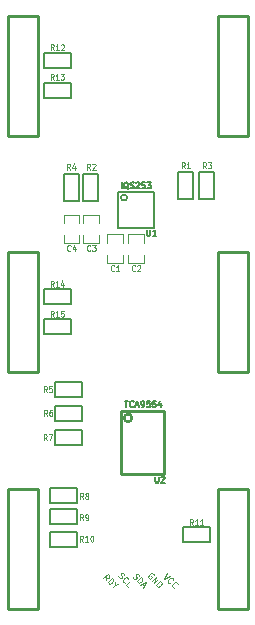
<source format=gto>
G04 (created by PCBNEW (2013-07-07 BZR 4022)-stable) date 12/8/2013 11:31:44 AM*
%MOIN*%
G04 Gerber Fmt 3.4, Leading zero omitted, Abs format*
%FSLAX34Y34*%
G01*
G70*
G90*
G04 APERTURE LIST*
%ADD10C,0.00590551*%
%ADD11C,0.00393701*%
%ADD12C,0.01*%
%ADD13C,0.0047*%
%ADD14C,0.005*%
%ADD15C,0.008*%
%ADD16C,0.0045*%
G04 APERTURE END LIST*
G54D10*
G54D11*
X84774Y-66021D02*
X84794Y-65908D01*
X84695Y-65941D02*
X84834Y-65802D01*
X84887Y-65855D01*
X84894Y-65875D01*
X84894Y-65888D01*
X84887Y-65908D01*
X84867Y-65928D01*
X84847Y-65935D01*
X84834Y-65935D01*
X84814Y-65928D01*
X84761Y-65875D01*
X84834Y-66081D02*
X84973Y-65941D01*
X85006Y-65974D01*
X85020Y-66001D01*
X85020Y-66027D01*
X85013Y-66047D01*
X84993Y-66081D01*
X84973Y-66100D01*
X84940Y-66120D01*
X84920Y-66127D01*
X84894Y-66127D01*
X84867Y-66114D01*
X84834Y-66081D01*
X85066Y-66180D02*
X85000Y-66246D01*
X85092Y-66061D02*
X85066Y-66180D01*
X85185Y-66153D01*
X85186Y-65887D02*
X85199Y-65914D01*
X85232Y-65947D01*
X85252Y-65954D01*
X85265Y-65954D01*
X85285Y-65947D01*
X85298Y-65934D01*
X85305Y-65914D01*
X85305Y-65901D01*
X85298Y-65881D01*
X85278Y-65848D01*
X85272Y-65828D01*
X85272Y-65815D01*
X85278Y-65795D01*
X85292Y-65781D01*
X85312Y-65775D01*
X85325Y-65775D01*
X85345Y-65781D01*
X85378Y-65815D01*
X85391Y-65841D01*
X85411Y-66100D02*
X85398Y-66100D01*
X85371Y-66086D01*
X85358Y-66073D01*
X85345Y-66047D01*
X85345Y-66020D01*
X85351Y-66000D01*
X85371Y-65967D01*
X85391Y-65947D01*
X85424Y-65927D01*
X85444Y-65921D01*
X85471Y-65921D01*
X85497Y-65934D01*
X85510Y-65947D01*
X85524Y-65974D01*
X85524Y-65987D01*
X85524Y-66239D02*
X85457Y-66172D01*
X85597Y-66033D01*
X85678Y-65904D02*
X85692Y-65930D01*
X85725Y-65963D01*
X85745Y-65970D01*
X85758Y-65970D01*
X85778Y-65963D01*
X85791Y-65950D01*
X85798Y-65930D01*
X85798Y-65917D01*
X85791Y-65897D01*
X85771Y-65864D01*
X85765Y-65844D01*
X85765Y-65831D01*
X85771Y-65811D01*
X85784Y-65798D01*
X85804Y-65791D01*
X85818Y-65791D01*
X85837Y-65798D01*
X85871Y-65831D01*
X85884Y-65857D01*
X85811Y-66050D02*
X85950Y-65910D01*
X85983Y-65944D01*
X85997Y-65970D01*
X85997Y-65997D01*
X85990Y-66016D01*
X85970Y-66050D01*
X85950Y-66070D01*
X85917Y-66089D01*
X85897Y-66096D01*
X85871Y-66096D01*
X85844Y-66083D01*
X85811Y-66050D01*
X85983Y-66142D02*
X86050Y-66209D01*
X85930Y-66169D02*
X86116Y-66076D01*
X86023Y-66262D01*
X86371Y-65833D02*
X86365Y-65813D01*
X86345Y-65793D01*
X86318Y-65780D01*
X86292Y-65780D01*
X86272Y-65787D01*
X86239Y-65806D01*
X86219Y-65826D01*
X86199Y-65859D01*
X86192Y-65879D01*
X86192Y-65906D01*
X86206Y-65932D01*
X86219Y-65946D01*
X86245Y-65959D01*
X86259Y-65959D01*
X86305Y-65913D01*
X86278Y-65886D01*
X86305Y-66032D02*
X86444Y-65893D01*
X86385Y-66111D01*
X86524Y-65972D01*
X86451Y-66178D02*
X86590Y-66038D01*
X86623Y-66072D01*
X86636Y-66098D01*
X86636Y-66125D01*
X86630Y-66145D01*
X86610Y-66178D01*
X86590Y-66198D01*
X86557Y-66217D01*
X86537Y-66224D01*
X86510Y-66224D01*
X86484Y-66211D01*
X86451Y-66178D01*
X86822Y-65774D02*
X86729Y-65960D01*
X86915Y-65867D01*
X86915Y-66119D02*
X86901Y-66119D01*
X86875Y-66106D01*
X86862Y-66093D01*
X86848Y-66066D01*
X86848Y-66039D01*
X86855Y-66020D01*
X86875Y-65986D01*
X86895Y-65967D01*
X86928Y-65947D01*
X86948Y-65940D01*
X86974Y-65940D01*
X87001Y-65953D01*
X87014Y-65967D01*
X87027Y-65993D01*
X87027Y-66006D01*
X87054Y-66258D02*
X87041Y-66258D01*
X87014Y-66245D01*
X87001Y-66232D01*
X86988Y-66205D01*
X86988Y-66179D01*
X86994Y-66159D01*
X87014Y-66126D01*
X87034Y-66106D01*
X87067Y-66086D01*
X87087Y-66079D01*
X87114Y-66079D01*
X87140Y-66093D01*
X87153Y-66106D01*
X87167Y-66132D01*
X87167Y-66146D01*
G54D12*
X86725Y-60370D02*
X86725Y-62470D01*
X86725Y-62470D02*
X85275Y-62470D01*
X85275Y-62470D02*
X85275Y-60370D01*
X85275Y-60370D02*
X86725Y-60370D01*
X85647Y-60603D02*
G75*
G03X85647Y-60603I-128J0D01*
G74*
G01*
G54D13*
X83374Y-54507D02*
X83374Y-54782D01*
X83374Y-54113D02*
X83374Y-53838D01*
X83886Y-54507D02*
X83886Y-54782D01*
X83886Y-53838D02*
X83886Y-54113D01*
X83880Y-54782D02*
X83380Y-54782D01*
X83380Y-53838D02*
X83880Y-53838D01*
X84024Y-54507D02*
X84024Y-54782D01*
X84024Y-54113D02*
X84024Y-53838D01*
X84536Y-54507D02*
X84536Y-54782D01*
X84536Y-53838D02*
X84536Y-54113D01*
X84530Y-54782D02*
X84030Y-54782D01*
X84030Y-53838D02*
X84530Y-53838D01*
X85524Y-55157D02*
X85524Y-55432D01*
X85524Y-54763D02*
X85524Y-54488D01*
X86036Y-55157D02*
X86036Y-55432D01*
X86036Y-54488D02*
X86036Y-54763D01*
X86030Y-55432D02*
X85530Y-55432D01*
X85530Y-54488D02*
X86030Y-54488D01*
X84824Y-55157D02*
X84824Y-55432D01*
X84824Y-54763D02*
X84824Y-54488D01*
X85336Y-55157D02*
X85336Y-55432D01*
X85336Y-54488D02*
X85336Y-54763D01*
X85330Y-55432D02*
X84830Y-55432D01*
X84830Y-54488D02*
X85330Y-54488D01*
G54D14*
X82900Y-63650D02*
X83800Y-63650D01*
X83800Y-63650D02*
X83800Y-64150D01*
X83800Y-64150D02*
X82900Y-64150D01*
X82900Y-64150D02*
X82900Y-63650D01*
X82900Y-64400D02*
X83800Y-64400D01*
X83800Y-64400D02*
X83800Y-64900D01*
X83800Y-64900D02*
X82900Y-64900D01*
X82900Y-64900D02*
X82900Y-64400D01*
X84030Y-53360D02*
X84030Y-52460D01*
X84030Y-52460D02*
X84530Y-52460D01*
X84530Y-52460D02*
X84530Y-53360D01*
X84530Y-53360D02*
X84030Y-53360D01*
X87680Y-52410D02*
X87680Y-53310D01*
X87680Y-53310D02*
X87180Y-53310D01*
X87180Y-53310D02*
X87180Y-52410D01*
X87180Y-52410D02*
X87680Y-52410D01*
X88250Y-64750D02*
X87350Y-64750D01*
X87350Y-64750D02*
X87350Y-64250D01*
X87350Y-64250D02*
X88250Y-64250D01*
X88250Y-64250D02*
X88250Y-64750D01*
X82700Y-57300D02*
X83600Y-57300D01*
X83600Y-57300D02*
X83600Y-57800D01*
X83600Y-57800D02*
X82700Y-57800D01*
X82700Y-57800D02*
X82700Y-57300D01*
X82700Y-56300D02*
X83600Y-56300D01*
X83600Y-56300D02*
X83600Y-56800D01*
X83600Y-56800D02*
X82700Y-56800D01*
X82700Y-56800D02*
X82700Y-56300D01*
X82700Y-49450D02*
X83600Y-49450D01*
X83600Y-49450D02*
X83600Y-49950D01*
X83600Y-49950D02*
X82700Y-49950D01*
X82700Y-49950D02*
X82700Y-49450D01*
X82700Y-48450D02*
X83600Y-48450D01*
X83600Y-48450D02*
X83600Y-48950D01*
X83600Y-48950D02*
X82700Y-48950D01*
X82700Y-48950D02*
X82700Y-48450D01*
X82900Y-62950D02*
X83800Y-62950D01*
X83800Y-62950D02*
X83800Y-63450D01*
X83800Y-63450D02*
X82900Y-63450D01*
X82900Y-63450D02*
X82900Y-62950D01*
X83380Y-53360D02*
X83380Y-52460D01*
X83380Y-52460D02*
X83880Y-52460D01*
X83880Y-52460D02*
X83880Y-53360D01*
X83880Y-53360D02*
X83380Y-53360D01*
X88380Y-52410D02*
X88380Y-53310D01*
X88380Y-53310D02*
X87880Y-53310D01*
X87880Y-53310D02*
X87880Y-52410D01*
X87880Y-52410D02*
X88380Y-52410D01*
X83080Y-61010D02*
X83980Y-61010D01*
X83980Y-61010D02*
X83980Y-61510D01*
X83980Y-61510D02*
X83080Y-61510D01*
X83080Y-61510D02*
X83080Y-61010D01*
X83080Y-60210D02*
X83980Y-60210D01*
X83980Y-60210D02*
X83980Y-60710D01*
X83980Y-60710D02*
X83080Y-60710D01*
X83080Y-60710D02*
X83080Y-60210D01*
X83080Y-59410D02*
X83980Y-59410D01*
X83980Y-59410D02*
X83980Y-59910D01*
X83980Y-59910D02*
X83080Y-59910D01*
X83080Y-59910D02*
X83080Y-59410D01*
G54D12*
X89500Y-55086D02*
X89500Y-59086D01*
X88500Y-55086D02*
X88500Y-59086D01*
X88500Y-59086D02*
X89500Y-59086D01*
X89500Y-55086D02*
X88500Y-55086D01*
X82500Y-55086D02*
X82500Y-59086D01*
X81500Y-55086D02*
X81500Y-59086D01*
X81500Y-59086D02*
X82500Y-59086D01*
X82500Y-55086D02*
X81500Y-55086D01*
X89500Y-47212D02*
X89500Y-51212D01*
X88500Y-47212D02*
X88500Y-51212D01*
X88500Y-51212D02*
X89500Y-51212D01*
X89500Y-47212D02*
X88500Y-47212D01*
X82500Y-47212D02*
X82500Y-51212D01*
X81500Y-47212D02*
X81500Y-51212D01*
X81500Y-51212D02*
X82500Y-51212D01*
X82500Y-47212D02*
X81500Y-47212D01*
X89500Y-62960D02*
X89500Y-66960D01*
X88500Y-62960D02*
X88500Y-66960D01*
X88500Y-66960D02*
X89500Y-66960D01*
X89500Y-62960D02*
X88500Y-62960D01*
X82500Y-62960D02*
X82500Y-66960D01*
X81500Y-62960D02*
X81500Y-66960D01*
X81500Y-66960D02*
X82500Y-66960D01*
X82500Y-62960D02*
X81500Y-62960D01*
G54D15*
X85480Y-53260D02*
G75*
G03X85480Y-53260I-100J0D01*
G74*
G01*
X85180Y-54260D02*
X85180Y-53060D01*
X85180Y-53060D02*
X86380Y-53060D01*
X86380Y-53060D02*
X86380Y-54260D01*
X86380Y-54260D02*
X85180Y-54260D01*
G54D14*
X86422Y-62558D02*
X86422Y-62720D01*
X86431Y-62739D01*
X86441Y-62748D01*
X86460Y-62758D01*
X86498Y-62758D01*
X86517Y-62748D01*
X86527Y-62739D01*
X86536Y-62720D01*
X86536Y-62558D01*
X86622Y-62577D02*
X86631Y-62567D01*
X86650Y-62558D01*
X86698Y-62558D01*
X86717Y-62567D01*
X86727Y-62577D01*
X86736Y-62596D01*
X86736Y-62615D01*
X86727Y-62643D01*
X86612Y-62758D01*
X86736Y-62758D01*
X85406Y-60040D02*
X85520Y-60040D01*
X85463Y-60240D02*
X85463Y-60040D01*
X85701Y-60221D02*
X85691Y-60231D01*
X85663Y-60240D01*
X85644Y-60240D01*
X85615Y-60231D01*
X85596Y-60212D01*
X85587Y-60193D01*
X85577Y-60155D01*
X85577Y-60126D01*
X85587Y-60088D01*
X85596Y-60069D01*
X85615Y-60050D01*
X85644Y-60040D01*
X85663Y-60040D01*
X85691Y-60050D01*
X85701Y-60060D01*
X85777Y-60183D02*
X85872Y-60183D01*
X85758Y-60240D02*
X85825Y-60040D01*
X85891Y-60240D01*
X85968Y-60240D02*
X86006Y-60240D01*
X86025Y-60231D01*
X86034Y-60221D01*
X86053Y-60193D01*
X86063Y-60155D01*
X86063Y-60079D01*
X86053Y-60060D01*
X86044Y-60050D01*
X86025Y-60040D01*
X85987Y-60040D01*
X85968Y-60050D01*
X85958Y-60060D01*
X85949Y-60079D01*
X85949Y-60126D01*
X85958Y-60145D01*
X85968Y-60155D01*
X85987Y-60164D01*
X86025Y-60164D01*
X86044Y-60155D01*
X86053Y-60145D01*
X86063Y-60126D01*
X86244Y-60040D02*
X86149Y-60040D01*
X86139Y-60136D01*
X86149Y-60126D01*
X86168Y-60117D01*
X86215Y-60117D01*
X86234Y-60126D01*
X86244Y-60136D01*
X86253Y-60155D01*
X86253Y-60202D01*
X86244Y-60221D01*
X86234Y-60231D01*
X86215Y-60240D01*
X86168Y-60240D01*
X86149Y-60231D01*
X86139Y-60221D01*
X86434Y-60040D02*
X86339Y-60040D01*
X86330Y-60136D01*
X86339Y-60126D01*
X86358Y-60117D01*
X86406Y-60117D01*
X86425Y-60126D01*
X86434Y-60136D01*
X86444Y-60155D01*
X86444Y-60202D01*
X86434Y-60221D01*
X86425Y-60231D01*
X86406Y-60240D01*
X86358Y-60240D01*
X86339Y-60231D01*
X86330Y-60221D01*
X86615Y-60107D02*
X86615Y-60240D01*
X86568Y-60031D02*
X86520Y-60174D01*
X86644Y-60174D01*
G54D16*
X83600Y-55021D02*
X83591Y-55031D01*
X83565Y-55040D01*
X83548Y-55040D01*
X83522Y-55031D01*
X83505Y-55012D01*
X83497Y-54993D01*
X83488Y-54955D01*
X83488Y-54926D01*
X83497Y-54888D01*
X83505Y-54869D01*
X83522Y-54850D01*
X83548Y-54840D01*
X83565Y-54840D01*
X83591Y-54850D01*
X83600Y-54860D01*
X83754Y-54907D02*
X83754Y-55040D01*
X83711Y-54831D02*
X83668Y-54974D01*
X83780Y-54974D01*
X84261Y-55022D02*
X84252Y-55032D01*
X84227Y-55041D01*
X84209Y-55041D01*
X84184Y-55032D01*
X84167Y-55013D01*
X84158Y-54993D01*
X84149Y-54955D01*
X84149Y-54927D01*
X84158Y-54889D01*
X84167Y-54870D01*
X84184Y-54851D01*
X84209Y-54841D01*
X84227Y-54841D01*
X84252Y-54851D01*
X84261Y-54860D01*
X84321Y-54841D02*
X84432Y-54841D01*
X84372Y-54917D01*
X84398Y-54917D01*
X84415Y-54927D01*
X84424Y-54936D01*
X84432Y-54955D01*
X84432Y-55003D01*
X84424Y-55022D01*
X84415Y-55032D01*
X84398Y-55041D01*
X84347Y-55041D01*
X84329Y-55032D01*
X84321Y-55022D01*
X85757Y-55691D02*
X85748Y-55701D01*
X85723Y-55710D01*
X85705Y-55710D01*
X85680Y-55701D01*
X85663Y-55682D01*
X85654Y-55663D01*
X85645Y-55625D01*
X85645Y-55596D01*
X85654Y-55558D01*
X85663Y-55539D01*
X85680Y-55520D01*
X85705Y-55510D01*
X85723Y-55510D01*
X85748Y-55520D01*
X85757Y-55529D01*
X85825Y-55529D02*
X85834Y-55520D01*
X85851Y-55510D01*
X85894Y-55510D01*
X85911Y-55520D01*
X85920Y-55529D01*
X85928Y-55548D01*
X85928Y-55568D01*
X85920Y-55596D01*
X85817Y-55710D01*
X85928Y-55710D01*
X85048Y-55691D02*
X85040Y-55701D01*
X85014Y-55710D01*
X84997Y-55710D01*
X84971Y-55701D01*
X84954Y-55682D01*
X84945Y-55663D01*
X84937Y-55625D01*
X84937Y-55596D01*
X84945Y-55558D01*
X84954Y-55539D01*
X84971Y-55520D01*
X84997Y-55510D01*
X85014Y-55510D01*
X85040Y-55520D01*
X85048Y-55529D01*
X85220Y-55710D02*
X85117Y-55710D01*
X85168Y-55710D02*
X85168Y-55510D01*
X85151Y-55539D01*
X85134Y-55558D01*
X85117Y-55568D01*
X84025Y-64017D02*
X83965Y-63922D01*
X83922Y-64017D02*
X83922Y-63817D01*
X83990Y-63817D01*
X84007Y-63827D01*
X84016Y-63837D01*
X84025Y-63856D01*
X84025Y-63884D01*
X84016Y-63903D01*
X84007Y-63913D01*
X83990Y-63922D01*
X83922Y-63922D01*
X84110Y-64017D02*
X84145Y-64017D01*
X84162Y-64008D01*
X84170Y-63998D01*
X84187Y-63970D01*
X84196Y-63932D01*
X84196Y-63856D01*
X84187Y-63837D01*
X84179Y-63827D01*
X84162Y-63817D01*
X84127Y-63817D01*
X84110Y-63827D01*
X84102Y-63837D01*
X84093Y-63856D01*
X84093Y-63903D01*
X84102Y-63922D01*
X84110Y-63932D01*
X84127Y-63941D01*
X84162Y-63941D01*
X84179Y-63932D01*
X84187Y-63922D01*
X84196Y-63903D01*
X84018Y-64726D02*
X83958Y-64631D01*
X83915Y-64726D02*
X83915Y-64526D01*
X83983Y-64526D01*
X84001Y-64536D01*
X84009Y-64545D01*
X84018Y-64564D01*
X84018Y-64593D01*
X84009Y-64612D01*
X84001Y-64621D01*
X83983Y-64631D01*
X83915Y-64631D01*
X84189Y-64726D02*
X84086Y-64726D01*
X84138Y-64726D02*
X84138Y-64526D01*
X84121Y-64555D01*
X84103Y-64574D01*
X84086Y-64583D01*
X84301Y-64526D02*
X84318Y-64526D01*
X84335Y-64536D01*
X84343Y-64545D01*
X84352Y-64564D01*
X84361Y-64602D01*
X84361Y-64650D01*
X84352Y-64688D01*
X84343Y-64707D01*
X84335Y-64717D01*
X84318Y-64726D01*
X84301Y-64726D01*
X84283Y-64717D01*
X84275Y-64707D01*
X84266Y-64688D01*
X84258Y-64650D01*
X84258Y-64602D01*
X84266Y-64564D01*
X84275Y-64545D01*
X84283Y-64536D01*
X84301Y-64526D01*
X84261Y-52325D02*
X84201Y-52229D01*
X84158Y-52325D02*
X84158Y-52125D01*
X84227Y-52125D01*
X84244Y-52134D01*
X84252Y-52144D01*
X84261Y-52163D01*
X84261Y-52191D01*
X84252Y-52210D01*
X84244Y-52220D01*
X84227Y-52229D01*
X84158Y-52229D01*
X84329Y-52144D02*
X84338Y-52134D01*
X84355Y-52125D01*
X84398Y-52125D01*
X84415Y-52134D01*
X84424Y-52144D01*
X84432Y-52163D01*
X84432Y-52182D01*
X84424Y-52210D01*
X84321Y-52325D01*
X84432Y-52325D01*
X87410Y-52285D02*
X87350Y-52190D01*
X87308Y-52285D02*
X87308Y-52085D01*
X87376Y-52085D01*
X87393Y-52095D01*
X87402Y-52104D01*
X87410Y-52123D01*
X87410Y-52152D01*
X87402Y-52171D01*
X87393Y-52180D01*
X87376Y-52190D01*
X87308Y-52190D01*
X87582Y-52285D02*
X87479Y-52285D01*
X87530Y-52285D02*
X87530Y-52085D01*
X87513Y-52114D01*
X87496Y-52133D01*
X87479Y-52142D01*
X87679Y-64175D02*
X87619Y-64080D01*
X87576Y-64175D02*
X87576Y-63975D01*
X87645Y-63975D01*
X87662Y-63984D01*
X87670Y-63994D01*
X87679Y-64013D01*
X87679Y-64042D01*
X87670Y-64061D01*
X87662Y-64070D01*
X87645Y-64080D01*
X87576Y-64080D01*
X87850Y-64175D02*
X87748Y-64175D01*
X87799Y-64175D02*
X87799Y-63975D01*
X87782Y-64004D01*
X87765Y-64023D01*
X87748Y-64032D01*
X88022Y-64175D02*
X87919Y-64175D01*
X87970Y-64175D02*
X87970Y-63975D01*
X87953Y-64004D01*
X87936Y-64023D01*
X87919Y-64032D01*
X83034Y-57230D02*
X82974Y-57135D01*
X82931Y-57230D02*
X82931Y-57030D01*
X83000Y-57030D01*
X83017Y-57040D01*
X83025Y-57050D01*
X83034Y-57069D01*
X83034Y-57097D01*
X83025Y-57116D01*
X83017Y-57126D01*
X83000Y-57135D01*
X82931Y-57135D01*
X83205Y-57230D02*
X83102Y-57230D01*
X83154Y-57230D02*
X83154Y-57030D01*
X83137Y-57059D01*
X83120Y-57078D01*
X83102Y-57088D01*
X83368Y-57030D02*
X83282Y-57030D01*
X83274Y-57126D01*
X83282Y-57116D01*
X83300Y-57107D01*
X83342Y-57107D01*
X83360Y-57116D01*
X83368Y-57126D01*
X83377Y-57145D01*
X83377Y-57192D01*
X83368Y-57211D01*
X83360Y-57221D01*
X83342Y-57230D01*
X83300Y-57230D01*
X83282Y-57221D01*
X83274Y-57211D01*
X83034Y-56230D02*
X82974Y-56135D01*
X82931Y-56230D02*
X82931Y-56030D01*
X83000Y-56030D01*
X83017Y-56040D01*
X83025Y-56050D01*
X83034Y-56069D01*
X83034Y-56097D01*
X83025Y-56116D01*
X83017Y-56126D01*
X83000Y-56135D01*
X82931Y-56135D01*
X83205Y-56230D02*
X83102Y-56230D01*
X83154Y-56230D02*
X83154Y-56030D01*
X83137Y-56059D01*
X83120Y-56078D01*
X83102Y-56088D01*
X83360Y-56097D02*
X83360Y-56230D01*
X83317Y-56021D02*
X83274Y-56164D01*
X83385Y-56164D01*
X83033Y-49332D02*
X82973Y-49237D01*
X82931Y-49332D02*
X82931Y-49132D01*
X82999Y-49132D01*
X83016Y-49142D01*
X83025Y-49151D01*
X83033Y-49171D01*
X83033Y-49199D01*
X83025Y-49218D01*
X83016Y-49228D01*
X82999Y-49237D01*
X82931Y-49237D01*
X83205Y-49332D02*
X83102Y-49332D01*
X83153Y-49332D02*
X83153Y-49132D01*
X83136Y-49161D01*
X83119Y-49180D01*
X83102Y-49190D01*
X83265Y-49132D02*
X83376Y-49132D01*
X83316Y-49209D01*
X83342Y-49209D01*
X83359Y-49218D01*
X83368Y-49228D01*
X83376Y-49247D01*
X83376Y-49294D01*
X83368Y-49313D01*
X83359Y-49323D01*
X83342Y-49332D01*
X83291Y-49332D01*
X83273Y-49323D01*
X83265Y-49313D01*
X83033Y-48348D02*
X82973Y-48253D01*
X82931Y-48348D02*
X82931Y-48148D01*
X82999Y-48148D01*
X83016Y-48158D01*
X83025Y-48167D01*
X83033Y-48186D01*
X83033Y-48215D01*
X83025Y-48234D01*
X83016Y-48243D01*
X82999Y-48253D01*
X82931Y-48253D01*
X83205Y-48348D02*
X83102Y-48348D01*
X83153Y-48348D02*
X83153Y-48148D01*
X83136Y-48177D01*
X83119Y-48196D01*
X83102Y-48205D01*
X83273Y-48167D02*
X83282Y-48158D01*
X83299Y-48148D01*
X83342Y-48148D01*
X83359Y-48158D01*
X83368Y-48167D01*
X83376Y-48186D01*
X83376Y-48205D01*
X83368Y-48234D01*
X83265Y-48348D01*
X83376Y-48348D01*
X84025Y-63309D02*
X83965Y-63214D01*
X83922Y-63309D02*
X83922Y-63109D01*
X83990Y-63109D01*
X84007Y-63118D01*
X84016Y-63128D01*
X84025Y-63147D01*
X84025Y-63175D01*
X84016Y-63195D01*
X84007Y-63204D01*
X83990Y-63214D01*
X83922Y-63214D01*
X84127Y-63195D02*
X84110Y-63185D01*
X84102Y-63175D01*
X84093Y-63156D01*
X84093Y-63147D01*
X84102Y-63128D01*
X84110Y-63118D01*
X84127Y-63109D01*
X84162Y-63109D01*
X84179Y-63118D01*
X84187Y-63128D01*
X84196Y-63147D01*
X84196Y-63156D01*
X84187Y-63175D01*
X84179Y-63185D01*
X84162Y-63195D01*
X84127Y-63195D01*
X84110Y-63204D01*
X84102Y-63214D01*
X84093Y-63233D01*
X84093Y-63271D01*
X84102Y-63290D01*
X84110Y-63299D01*
X84127Y-63309D01*
X84162Y-63309D01*
X84179Y-63299D01*
X84187Y-63290D01*
X84196Y-63271D01*
X84196Y-63233D01*
X84187Y-63214D01*
X84179Y-63204D01*
X84162Y-63195D01*
X83592Y-52325D02*
X83532Y-52229D01*
X83489Y-52325D02*
X83489Y-52125D01*
X83557Y-52125D01*
X83574Y-52134D01*
X83583Y-52144D01*
X83592Y-52163D01*
X83592Y-52191D01*
X83583Y-52210D01*
X83574Y-52220D01*
X83557Y-52229D01*
X83489Y-52229D01*
X83746Y-52191D02*
X83746Y-52325D01*
X83703Y-52115D02*
X83660Y-52258D01*
X83772Y-52258D01*
X88119Y-52285D02*
X88059Y-52190D01*
X88016Y-52285D02*
X88016Y-52085D01*
X88085Y-52085D01*
X88102Y-52095D01*
X88111Y-52104D01*
X88119Y-52123D01*
X88119Y-52152D01*
X88111Y-52171D01*
X88102Y-52180D01*
X88085Y-52190D01*
X88016Y-52190D01*
X88179Y-52085D02*
X88291Y-52085D01*
X88231Y-52161D01*
X88256Y-52161D01*
X88273Y-52171D01*
X88282Y-52180D01*
X88291Y-52199D01*
X88291Y-52247D01*
X88282Y-52266D01*
X88273Y-52276D01*
X88256Y-52285D01*
X88205Y-52285D01*
X88188Y-52276D01*
X88179Y-52266D01*
X82805Y-61355D02*
X82745Y-61260D01*
X82702Y-61355D02*
X82702Y-61155D01*
X82770Y-61155D01*
X82787Y-61165D01*
X82796Y-61175D01*
X82805Y-61194D01*
X82805Y-61222D01*
X82796Y-61241D01*
X82787Y-61251D01*
X82770Y-61260D01*
X82702Y-61260D01*
X82865Y-61155D02*
X82985Y-61155D01*
X82907Y-61355D01*
X82825Y-60535D02*
X82765Y-60440D01*
X82722Y-60535D02*
X82722Y-60335D01*
X82790Y-60335D01*
X82807Y-60345D01*
X82816Y-60355D01*
X82825Y-60374D01*
X82825Y-60402D01*
X82816Y-60421D01*
X82807Y-60431D01*
X82790Y-60440D01*
X82722Y-60440D01*
X82979Y-60335D02*
X82945Y-60335D01*
X82927Y-60345D01*
X82919Y-60355D01*
X82902Y-60383D01*
X82893Y-60421D01*
X82893Y-60497D01*
X82902Y-60516D01*
X82910Y-60526D01*
X82927Y-60535D01*
X82962Y-60535D01*
X82979Y-60526D01*
X82987Y-60516D01*
X82996Y-60497D01*
X82996Y-60450D01*
X82987Y-60431D01*
X82979Y-60421D01*
X82962Y-60412D01*
X82927Y-60412D01*
X82910Y-60421D01*
X82902Y-60431D01*
X82893Y-60450D01*
X82815Y-59745D02*
X82755Y-59650D01*
X82712Y-59745D02*
X82712Y-59545D01*
X82780Y-59545D01*
X82797Y-59555D01*
X82806Y-59565D01*
X82815Y-59584D01*
X82815Y-59612D01*
X82806Y-59631D01*
X82797Y-59641D01*
X82780Y-59650D01*
X82712Y-59650D01*
X82977Y-59545D02*
X82892Y-59545D01*
X82883Y-59641D01*
X82892Y-59631D01*
X82909Y-59622D01*
X82952Y-59622D01*
X82969Y-59631D01*
X82977Y-59641D01*
X82986Y-59660D01*
X82986Y-59707D01*
X82977Y-59726D01*
X82969Y-59736D01*
X82952Y-59745D01*
X82909Y-59745D01*
X82892Y-59736D01*
X82883Y-59726D01*
G54D14*
X86146Y-54329D02*
X86146Y-54491D01*
X86156Y-54510D01*
X86165Y-54520D01*
X86184Y-54529D01*
X86223Y-54529D01*
X86242Y-54520D01*
X86251Y-54510D01*
X86261Y-54491D01*
X86261Y-54329D01*
X86461Y-54529D02*
X86346Y-54529D01*
X86403Y-54529D02*
X86403Y-54329D01*
X86384Y-54358D01*
X86365Y-54377D01*
X86346Y-54386D01*
X85301Y-52954D02*
X85301Y-52754D01*
X85530Y-52974D02*
X85511Y-52964D01*
X85492Y-52945D01*
X85463Y-52916D01*
X85444Y-52907D01*
X85425Y-52907D01*
X85435Y-52954D02*
X85415Y-52945D01*
X85396Y-52926D01*
X85387Y-52888D01*
X85387Y-52821D01*
X85396Y-52783D01*
X85415Y-52764D01*
X85435Y-52754D01*
X85473Y-52754D01*
X85492Y-52764D01*
X85511Y-52783D01*
X85520Y-52821D01*
X85520Y-52888D01*
X85511Y-52926D01*
X85492Y-52945D01*
X85473Y-52954D01*
X85435Y-52954D01*
X85596Y-52945D02*
X85625Y-52954D01*
X85673Y-52954D01*
X85692Y-52945D01*
X85701Y-52935D01*
X85711Y-52916D01*
X85711Y-52897D01*
X85701Y-52878D01*
X85692Y-52869D01*
X85673Y-52859D01*
X85635Y-52850D01*
X85615Y-52840D01*
X85606Y-52831D01*
X85596Y-52812D01*
X85596Y-52793D01*
X85606Y-52774D01*
X85615Y-52764D01*
X85635Y-52754D01*
X85682Y-52754D01*
X85711Y-52764D01*
X85787Y-52774D02*
X85796Y-52764D01*
X85815Y-52754D01*
X85863Y-52754D01*
X85882Y-52764D01*
X85892Y-52774D01*
X85901Y-52793D01*
X85901Y-52812D01*
X85892Y-52840D01*
X85777Y-52954D01*
X85901Y-52954D01*
X86082Y-52754D02*
X85987Y-52754D01*
X85977Y-52850D01*
X85987Y-52840D01*
X86006Y-52831D01*
X86054Y-52831D01*
X86073Y-52840D01*
X86082Y-52850D01*
X86092Y-52869D01*
X86092Y-52916D01*
X86082Y-52935D01*
X86073Y-52945D01*
X86054Y-52954D01*
X86006Y-52954D01*
X85987Y-52945D01*
X85977Y-52935D01*
X86158Y-52754D02*
X86282Y-52754D01*
X86215Y-52831D01*
X86244Y-52831D01*
X86263Y-52840D01*
X86273Y-52850D01*
X86282Y-52869D01*
X86282Y-52916D01*
X86273Y-52935D01*
X86263Y-52945D01*
X86244Y-52954D01*
X86187Y-52954D01*
X86168Y-52945D01*
X86158Y-52935D01*
M02*

</source>
